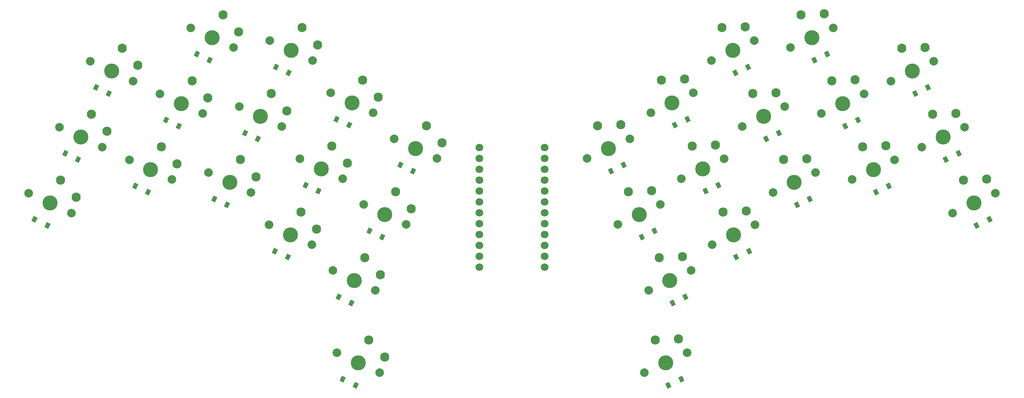
<source format=gbs>
%TF.GenerationSoftware,KiCad,Pcbnew,9.0.6*%
%TF.CreationDate,2025-12-10T21:36:36-06:00*%
%TF.ProjectId,keyboard,6b657962-6f61-4726-942e-6b696361645f,v1.0.0*%
%TF.SameCoordinates,Original*%
%TF.FileFunction,Soldermask,Bot*%
%TF.FilePolarity,Negative*%
%FSLAX46Y46*%
G04 Gerber Fmt 4.6, Leading zero omitted, Abs format (unit mm)*
G04 Created by KiCad (PCBNEW 9.0.6) date 2025-12-10 21:36:36*
%MOMM*%
%LPD*%
G01*
G04 APERTURE LIST*
G04 Aperture macros list*
%AMRoundRect*
0 Rectangle with rounded corners*
0 $1 Rounding radius*
0 $2 $3 $4 $5 $6 $7 $8 $9 X,Y pos of 4 corners*
0 Add a 4 corners polygon primitive as box body*
4,1,4,$2,$3,$4,$5,$6,$7,$8,$9,$2,$3,0*
0 Add four circle primitives for the rounded corners*
1,1,$1+$1,$2,$3*
1,1,$1+$1,$4,$5*
1,1,$1+$1,$6,$7*
1,1,$1+$1,$8,$9*
0 Add four rect primitives between the rounded corners*
20,1,$1+$1,$2,$3,$4,$5,0*
20,1,$1+$1,$4,$5,$6,$7,0*
20,1,$1+$1,$6,$7,$8,$9,0*
20,1,$1+$1,$8,$9,$2,$3,0*%
G04 Aperture macros list end*
%ADD10C,1.800000*%
%ADD11C,2.000000*%
%ADD12C,3.500000*%
%ADD13C,2.132000*%
%ADD14RoundRect,0.050000X-0.661409X-0.353606X0.154268X-0.733963X0.661409X0.353606X-0.154268X0.733963X0*%
%ADD15RoundRect,0.050000X-0.154268X-0.733963X0.661409X-0.353606X0.154268X0.733963X-0.661409X0.353606X0*%
G04 APERTURE END LIST*
D10*
%TO.C,MCU1*%
X184262465Y-74539080D03*
X184262466Y-77079082D03*
X184262466Y-79619082D03*
X184262466Y-82159082D03*
X184262466Y-84699082D03*
X184262466Y-87239082D03*
X184262466Y-89779082D03*
X184262466Y-92319082D03*
X184262466Y-94859082D03*
X184262466Y-97399082D03*
X184262463Y-99939084D03*
X184262466Y-102479082D03*
X169022466Y-102479082D03*
X169022467Y-99939084D03*
X169022466Y-97399082D03*
X169022466Y-94859082D03*
X169022466Y-92319082D03*
X169022466Y-89779082D03*
X169022466Y-87239082D03*
X169022466Y-84699082D03*
X169022466Y-82159082D03*
X169022466Y-79619082D03*
X169022466Y-77079082D03*
X169022469Y-74539080D03*
%TD*%
D11*
%TO.C,S27*%
X216218929Y-81874902D03*
D12*
X221203623Y-79550503D03*
D11*
X226188317Y-77226104D03*
D13*
X224129213Y-73993442D03*
X218710175Y-74203287D03*
%TD*%
D11*
%TO.C,S21*%
X248846010Y-66660648D03*
D12*
X253830704Y-64336249D03*
D11*
X258815398Y-62011850D03*
D13*
X256756294Y-58779188D03*
X251337256Y-58989033D03*
%TD*%
D14*
%TO.C,D4*%
X88661233Y-83577698D03*
X91652049Y-84972336D03*
%TD*%
D11*
%TO.C,S23*%
X237561628Y-85052838D03*
D12*
X242546322Y-82728439D03*
D11*
X247531016Y-80404040D03*
D13*
X245471912Y-77171378D03*
X240052874Y-77381223D03*
%TD*%
D15*
%TO.C,D29*%
X214129177Y-110875168D03*
X217119989Y-109480528D03*
%TD*%
D11*
%TO.C,S30*%
X201342289Y-92563480D03*
D12*
X206326983Y-90239081D03*
D11*
X211311677Y-87914682D03*
D13*
X209252573Y-84682020D03*
X203833535Y-84891865D03*
%TD*%
D15*
%TO.C,D23*%
X243164003Y-87957297D03*
X246154815Y-86562657D03*
%TD*%
D11*
%TO.C,S22*%
X241661496Y-51253415D03*
D12*
X246646190Y-48929016D03*
D11*
X251630884Y-46604617D03*
D13*
X249571780Y-43371955D03*
X244152742Y-43581800D03*
%TD*%
D14*
%TO.C,D2*%
X72347693Y-75970564D03*
X75338509Y-77365202D03*
%TD*%
D15*
%TO.C,D26*%
X229005815Y-100186593D03*
X231996627Y-98791953D03*
%TD*%
D14*
%TO.C,D9*%
X121499150Y-55748193D03*
X124489966Y-57142831D03*
%TD*%
D11*
%TO.C,S13*%
X134788758Y-103321911D03*
D12*
X139773451Y-105646311D03*
D11*
X144758144Y-107970711D03*
D13*
X145910939Y-104315433D03*
X142266899Y-100299095D03*
%TD*%
D11*
%TO.C,S19*%
X265159545Y-59053517D03*
D12*
X270144239Y-56729118D03*
D11*
X275128933Y-54404719D03*
D13*
X273069829Y-51172057D03*
X267650791Y-51381902D03*
%TD*%
D15*
%TO.C,D18*%
X277946440Y-77365206D03*
X280937252Y-75970566D03*
%TD*%
%TO.C,D24*%
X235979494Y-72550064D03*
X238970306Y-71155424D03*
%TD*%
D11*
%TO.C,S12*%
X134281144Y-61818871D03*
D12*
X139265837Y-64143271D03*
D11*
X144250530Y-66467671D03*
D13*
X145403325Y-62812393D03*
X141759285Y-58796055D03*
%TD*%
D11*
%TO.C,S20*%
X256030518Y-82067878D03*
D12*
X261015212Y-79743479D03*
D11*
X265999906Y-77419080D03*
D13*
X263940802Y-74186418D03*
X258521764Y-74396263D03*
%TD*%
D11*
%TO.C,S14*%
X141973270Y-87914678D03*
D12*
X146957963Y-90239078D03*
D11*
X151942656Y-92563478D03*
D13*
X153095451Y-88908200D03*
X149451411Y-84891862D03*
%TD*%
D11*
%TO.C,S2*%
X70971500Y-69811946D03*
D12*
X75956193Y-72136346D03*
D11*
X80940886Y-74460746D03*
D13*
X82093681Y-70805468D03*
X78449641Y-66789130D03*
%TD*%
D11*
%TO.C,S24*%
X230377113Y-69645607D03*
D12*
X235361807Y-67321208D03*
D11*
X240346501Y-64996809D03*
D13*
X238287397Y-61764147D03*
X232868359Y-61973992D03*
%TD*%
D11*
%TO.C,S16*%
X135761021Y-122532709D03*
D12*
X140745714Y-124857109D03*
D11*
X145730407Y-127181509D03*
D13*
X146883202Y-123526231D03*
X143239162Y-119509893D03*
%TD*%
D15*
%TO.C,D32*%
X213156913Y-130085965D03*
X216147725Y-128691325D03*
%TD*%
D11*
%TO.C,S10*%
X119912119Y-92633336D03*
D12*
X124896812Y-94957736D03*
D11*
X129881505Y-97282136D03*
D13*
X131034300Y-93626858D03*
X127390260Y-89610520D03*
%TD*%
D11*
%TO.C,S8*%
X112938446Y-64996803D03*
D12*
X117923139Y-67321203D03*
D11*
X122907832Y-69645603D03*
D13*
X124060627Y-65990325D03*
X120416587Y-61973987D03*
%TD*%
D11*
%TO.C,S11*%
X127096627Y-77226102D03*
D12*
X132081320Y-79550502D03*
D11*
X137066013Y-81874902D03*
D13*
X138218808Y-78219624D03*
X134574768Y-74203286D03*
%TD*%
D14*
%TO.C,D3*%
X79532203Y-60563336D03*
X82523019Y-61957974D03*
%TD*%
D15*
%TO.C,D19*%
X270761926Y-61957975D03*
X273752738Y-60563335D03*
%TD*%
D11*
%TO.C,S25*%
X223192604Y-54238369D03*
D12*
X228177298Y-51913970D03*
D11*
X233161992Y-49589571D03*
D13*
X231102888Y-46356909D03*
X225683850Y-46566754D03*
%TD*%
D11*
%TO.C,S26*%
X223403442Y-97282137D03*
D12*
X228388136Y-94957738D03*
D11*
X233372830Y-92633339D03*
D13*
X231313726Y-89400677D03*
X225894688Y-89610522D03*
%TD*%
D11*
%TO.C,S18*%
X272344063Y-74460749D03*
D12*
X277328757Y-72136350D03*
D11*
X282313451Y-69811951D03*
D13*
X280254347Y-66579289D03*
X274835309Y-66789134D03*
%TD*%
D14*
%TO.C,D10*%
X121288311Y-98791963D03*
X124279127Y-100186601D03*
%TD*%
D15*
%TO.C,D27*%
X221821302Y-84779363D03*
X224812114Y-83384723D03*
%TD*%
D14*
%TO.C,D6*%
X103030259Y-52763233D03*
X106021075Y-54157871D03*
%TD*%
%TO.C,D11*%
X128472821Y-83384726D03*
X131463637Y-84779364D03*
%TD*%
D11*
%TO.C,S1*%
X63786994Y-85219179D03*
D12*
X68771687Y-87543579D03*
D11*
X73756380Y-89867979D03*
D13*
X74909175Y-86212701D03*
X71265135Y-82196363D03*
%TD*%
D14*
%TO.C,D13*%
X136164950Y-109480529D03*
X139155766Y-110875167D03*
%TD*%
D11*
%TO.C,S7*%
X105753934Y-80404041D03*
D12*
X110738627Y-82728441D03*
D11*
X115723320Y-85052841D03*
D13*
X116876115Y-81397563D03*
X113232075Y-77381225D03*
%TD*%
D11*
%TO.C,S31*%
X194157777Y-77156250D03*
D12*
X199142471Y-74831851D03*
D11*
X204127165Y-72507452D03*
D13*
X202068061Y-69274790D03*
X196649023Y-69484635D03*
%TD*%
D15*
%TO.C,D31*%
X199760151Y-80060711D03*
X202750963Y-78666071D03*
%TD*%
D11*
%TO.C,S4*%
X87285042Y-77419080D03*
D12*
X92269735Y-79743480D03*
D11*
X97254428Y-82067880D03*
D13*
X98407223Y-78412602D03*
X94763183Y-74396264D03*
%TD*%
D15*
%TO.C,D30*%
X206944663Y-95467944D03*
X209935475Y-94073304D03*
%TD*%
D11*
%TO.C,S5*%
X94469551Y-62011846D03*
D12*
X99454244Y-64336246D03*
D11*
X104438937Y-66660646D03*
D13*
X105591732Y-63005368D03*
X101947692Y-58989030D03*
%TD*%
D15*
%TO.C,D25*%
X228794985Y-57142832D03*
X231785797Y-55748192D03*
%TD*%
D11*
%TO.C,S6*%
X101654060Y-46604616D03*
D12*
X106638753Y-48929016D03*
D11*
X111623446Y-51253416D03*
D13*
X112776241Y-47598138D03*
X109132201Y-43581800D03*
%TD*%
D11*
%TO.C,S9*%
X120122952Y-49589575D03*
D12*
X125107645Y-51913975D03*
D11*
X130092338Y-54238375D03*
D13*
X131245133Y-50583097D03*
X127601093Y-46566759D03*
%TD*%
D14*
%TO.C,D12*%
X135657335Y-67977494D03*
X138648151Y-69372132D03*
%TD*%
D15*
%TO.C,D17*%
X285130947Y-92772440D03*
X288121759Y-91377800D03*
%TD*%
D14*
%TO.C,D14*%
X143349462Y-94073298D03*
X146340278Y-95467936D03*
%TD*%
D11*
%TO.C,S3*%
X78156011Y-54404716D03*
D12*
X83140704Y-56729116D03*
D11*
X88125397Y-59053516D03*
D13*
X89278192Y-55398238D03*
X85634152Y-51381900D03*
%TD*%
D14*
%TO.C,D5*%
X95845742Y-68170468D03*
X98836558Y-69565106D03*
%TD*%
%TO.C,D15*%
X150533972Y-78666066D03*
X153524788Y-80060704D03*
%TD*%
D11*
%TO.C,S15*%
X149157777Y-72507448D03*
D12*
X154142470Y-74831848D03*
D11*
X159127163Y-77156248D03*
D13*
X160279958Y-73500970D03*
X156635918Y-69484632D03*
%TD*%
D11*
%TO.C,S32*%
X207554538Y-127181510D03*
D12*
X212539232Y-124857111D03*
D11*
X217523926Y-122532712D03*
D13*
X215464822Y-119300050D03*
X210045784Y-119509895D03*
%TD*%
D11*
%TO.C,S17*%
X279528567Y-89867979D03*
D12*
X284513261Y-87543580D03*
D11*
X289497955Y-85219181D03*
D13*
X287438851Y-81986519D03*
X282019813Y-82196364D03*
%TD*%
D14*
%TO.C,D1*%
X65163186Y-91377798D03*
X68154002Y-92772436D03*
%TD*%
%TO.C,D8*%
X114314637Y-71155428D03*
X117305453Y-72550066D03*
%TD*%
D11*
%TO.C,S28*%
X209034411Y-66467670D03*
D12*
X214019105Y-64143271D03*
D11*
X219003799Y-61818872D03*
D13*
X216944695Y-58586210D03*
X211525657Y-58796055D03*
%TD*%
D15*
%TO.C,D20*%
X261632893Y-84972336D03*
X264623705Y-83577696D03*
%TD*%
D11*
%TO.C,S29*%
X208526794Y-107970711D03*
D12*
X213511488Y-105646312D03*
D11*
X218496182Y-103321913D03*
D13*
X216437078Y-100089251D03*
X211018040Y-100299096D03*
%TD*%
D15*
%TO.C,D28*%
X214636799Y-69372135D03*
X217627611Y-67977495D03*
%TD*%
D14*
%TO.C,D16*%
X137137211Y-128691330D03*
X140128027Y-130085968D03*
%TD*%
D15*
%TO.C,D22*%
X247263874Y-54157868D03*
X250254686Y-52763228D03*
%TD*%
%TO.C,D21*%
X254448386Y-69565109D03*
X257439198Y-68170469D03*
%TD*%
D14*
%TO.C,D7*%
X107130124Y-86562660D03*
X110120940Y-87957298D03*
%TD*%
M02*

</source>
